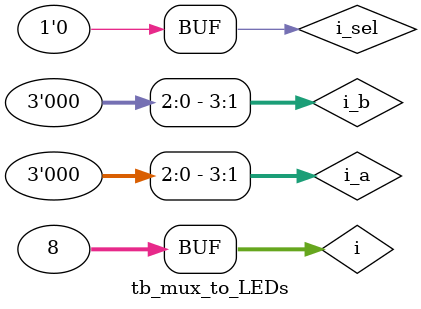
<source format=v>
module tb_mux_to_LEDs();

		//TestBench vairables 
		parameter BUS_WIDTH = 4;
		reg [BUS_WIDTH-1:0] i_a;
		reg [BUS_WIDTH-1:0] i_b;
		reg i_sel;
		wire [BUS_WIDTH-1:0] o_y;
		integer i;
		
		//Instantise the DUT	
		mux_to_LEDs
		#(.N(BUS_WIDTH))
			 MUX0
		(
			
			.i_a   (i_a),
			.i_b    (i_b),
			.i_sel  (i_sel),
			.o_y    (o_y)
	   );	
	   //Test scenario should update it if value of N changes
		initial begin
			 $monitor($time, "a= %d, b= %d, sel = %d, y = %d", i_a, i_b, i_sel, o_y);
			 #1; i_sel = 0; i_a = 0; i_b = ~i_a;
			 for (i = 0; i < 8; i=i+1) begin 
					#1; i_sel = ~i_sel; i_a = $urandom; i_b = $urandom;
			 end
		end 
endmodule 	
			 
			 
			 
			 
			 
			 
			 
</source>
